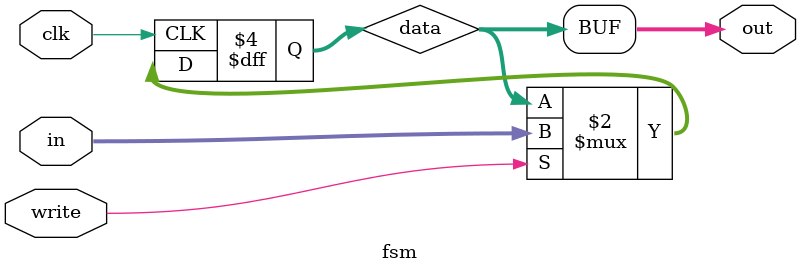
<source format=v>
module fsm(clk, in, out, write);

   output [31:0] out;

   input write;
   input [31:0] in;
   input clk;

   reg [31:0] data;

   always @(negedge clk) begin
      if (write)
         data <= in;
   end

   assign out = data;

endmodule
</source>
